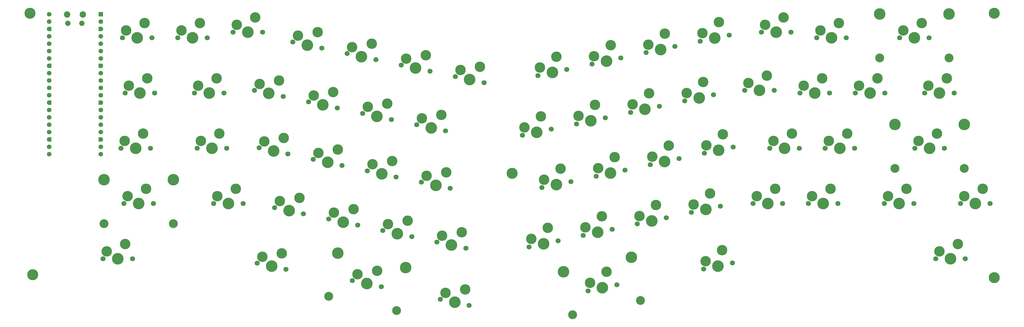
<source format=gbr>
%TF.GenerationSoftware,KiCad,Pcbnew,9.0.3*%
%TF.CreationDate,2025-08-01T16:02:48+05:00*%
%TF.ProjectId,Ayumu62,4179756d-7536-4322-9e6b-696361645f70,rev?*%
%TF.SameCoordinates,Original*%
%TF.FileFunction,Soldermask,Top*%
%TF.FilePolarity,Negative*%
%FSLAX46Y46*%
G04 Gerber Fmt 4.6, Leading zero omitted, Abs format (unit mm)*
G04 Created by KiCad (PCBNEW 9.0.3) date 2025-08-01 16:02:48*
%MOMM*%
%LPD*%
G01*
G04 APERTURE LIST*
G04 Aperture macros list*
%AMRoundRect*
0 Rectangle with rounded corners*
0 $1 Rounding radius*
0 $2 $3 $4 $5 $6 $7 $8 $9 X,Y pos of 4 corners*
0 Add a 4 corners polygon primitive as box body*
4,1,4,$2,$3,$4,$5,$6,$7,$8,$9,$2,$3,0*
0 Add four circle primitives for the rounded corners*
1,1,$1+$1,$2,$3*
1,1,$1+$1,$4,$5*
1,1,$1+$1,$6,$7*
1,1,$1+$1,$8,$9*
0 Add four rect primitives between the rounded corners*
20,1,$1+$1,$2,$3,$4,$5,0*
20,1,$1+$1,$4,$5,$6,$7,0*
20,1,$1+$1,$6,$7,$8,$9,0*
20,1,$1+$1,$8,$9,$2,$3,0*%
%AMFreePoly0*
4,1,37,0.603843,0.796157,0.639018,0.796157,0.711114,0.766294,0.766294,0.711114,0.796157,0.639018,0.796157,0.603843,0.800000,0.600000,0.800000,-0.600000,0.796157,-0.603843,0.796157,-0.639018,0.766294,-0.711114,0.711114,-0.766294,0.639018,-0.796157,0.603843,-0.796157,0.600000,-0.800000,0.000000,-0.800000,0.000000,-0.796148,-0.078414,-0.796148,-0.232228,-0.765552,-0.377117,-0.705537,
-0.507515,-0.618408,-0.618408,-0.507515,-0.705537,-0.377117,-0.765552,-0.232228,-0.796148,-0.078414,-0.796148,0.078414,-0.765552,0.232228,-0.705537,0.377117,-0.618408,0.507515,-0.507515,0.618408,-0.377117,0.705537,-0.232228,0.765552,-0.078414,0.796148,0.000000,0.796148,0.000000,0.800000,0.600000,0.800000,0.603843,0.796157,0.603843,0.796157,$1*%
%AMFreePoly1*
4,1,37,0.000000,0.796148,0.078414,0.796148,0.232228,0.765552,0.377117,0.705537,0.507515,0.618408,0.618408,0.507515,0.705537,0.377117,0.765552,0.232228,0.796148,0.078414,0.796148,-0.078414,0.765552,-0.232228,0.705537,-0.377117,0.618408,-0.507515,0.507515,-0.618408,0.377117,-0.705537,0.232228,-0.765552,0.078414,-0.796148,0.000000,-0.796148,0.000000,-0.800000,-0.600000,-0.800000,
-0.603843,-0.796157,-0.639018,-0.796157,-0.711114,-0.766294,-0.766294,-0.711114,-0.796157,-0.639018,-0.796157,-0.603843,-0.800000,-0.600000,-0.800000,0.600000,-0.796157,0.603843,-0.796157,0.639018,-0.766294,0.711114,-0.711114,0.766294,-0.639018,0.796157,-0.603843,0.796157,-0.600000,0.800000,0.000000,0.800000,0.000000,0.796148,0.000000,0.796148,$1*%
G04 Aperture macros list end*
%ADD10C,1.750000*%
%ADD11C,4.000000*%
%ADD12C,3.600000*%
%ADD13C,3.048000*%
%ADD14C,3.987800*%
%ADD15C,3.800000*%
%ADD16C,2.200000*%
%ADD17C,1.850000*%
%ADD18RoundRect,0.200000X0.600000X0.600000X-0.600000X0.600000X-0.600000X-0.600000X0.600000X-0.600000X0*%
%ADD19C,1.600000*%
%ADD20FreePoly0,180.000000*%
%ADD21FreePoly1,180.000000*%
G04 APERTURE END LIST*
D10*
%TO.C,SW61*%
X249375410Y-176718391D03*
D11*
X254344400Y-175662200D03*
D10*
X259313390Y-174606009D03*
D12*
X250089562Y-173969849D03*
X255772704Y-170165114D03*
%TD*%
D10*
%TO.C,SW5*%
X328137500Y-89445600D03*
D11*
X333217500Y-89445600D03*
D10*
X338297500Y-89445600D03*
D12*
X329407500Y-86905600D03*
X335757500Y-84365600D03*
%TD*%
D10*
%TO.C,SW38*%
X141474010Y-148004609D03*
D11*
X146443000Y-149060800D03*
D10*
X151411990Y-150116991D03*
D12*
X143244353Y-145784163D03*
X149983686Y-144619906D03*
%TD*%
D10*
%TO.C,SW46*%
X250768710Y-98519791D03*
D11*
X255737700Y-97463600D03*
D10*
X260706690Y-96407409D03*
D12*
X251482862Y-95771249D03*
X257166004Y-91966514D03*
%TD*%
D10*
%TO.C,SW48*%
X288036210Y-90598391D03*
D11*
X293005200Y-89542200D03*
D10*
X297974190Y-88486009D03*
D12*
X288750362Y-87849849D03*
X294433504Y-84045114D03*
%TD*%
D13*
%TO.C,H1*%
X183452763Y-183544111D03*
D14*
X186615100Y-168666486D03*
D13*
X160098511Y-178580011D03*
D14*
X163260848Y-163702386D03*
%TD*%
D10*
%TO.C,SW56*%
X289435810Y-129252091D03*
D11*
X294404800Y-128195900D03*
D10*
X299373790Y-127139709D03*
D12*
X290149962Y-126503549D03*
X295833104Y-122698814D03*
%TD*%
D10*
%TO.C,SW26*%
X147766110Y-90915209D03*
D11*
X152735100Y-91971400D03*
D10*
X157704090Y-93027591D03*
D12*
X149536453Y-88694763D03*
X156275786Y-87530506D03*
%TD*%
D15*
%TO.C,H7*%
X58190000Y-171170600D03*
%TD*%
D10*
%TO.C,SW42*%
X168258910Y-173173509D03*
D11*
X173227900Y-174229700D03*
D10*
X178196890Y-175285891D03*
D12*
X170029253Y-170953063D03*
X176768586Y-169788806D03*
%TD*%
D10*
%TO.C,SW31*%
X153122210Y-111529309D03*
D11*
X158091200Y-112585500D03*
D10*
X163060190Y-113641691D03*
D12*
X154892553Y-109308863D03*
X161631886Y-108144606D03*
%TD*%
D15*
%TO.C,H8*%
X223231300Y-136145600D03*
%TD*%
D10*
%TO.C,SW7*%
X303372500Y-107543100D03*
D11*
X308452500Y-107543100D03*
D10*
X313532500Y-107543100D03*
D12*
X304642500Y-105003100D03*
X310992500Y-102463100D03*
%TD*%
D10*
%TO.C,SW58*%
X247743910Y-157589591D03*
D11*
X252712900Y-156533400D03*
D10*
X257681890Y-155477209D03*
D12*
X248458062Y-154841049D03*
X254141204Y-151036314D03*
%TD*%
D10*
%TO.C,SW39*%
X160107710Y-151965309D03*
D11*
X165076700Y-153021500D03*
D10*
X170045690Y-154077691D03*
D12*
X161878053Y-149744863D03*
X168617386Y-148580606D03*
%TD*%
D10*
%TO.C,SW17*%
X361951300Y-127545600D03*
D11*
X367031300Y-127545600D03*
D10*
X372111300Y-127545600D03*
D12*
X363221300Y-125005600D03*
X369571300Y-122465600D03*
%TD*%
D10*
%TO.C,SW51*%
X264046310Y-115173191D03*
D11*
X269015300Y-114117000D03*
D10*
X273984290Y-113060809D03*
D12*
X264760462Y-112424649D03*
X270443604Y-108619914D03*
%TD*%
D10*
%TO.C,SW12*%
X365285000Y-108495600D03*
D11*
X370365000Y-108495600D03*
D10*
X375445000Y-108495600D03*
D12*
X366555000Y-105955600D03*
X372905000Y-103415600D03*
%TD*%
D10*
%TO.C,SW47*%
X269402510Y-94559091D03*
D11*
X274371500Y-93502900D03*
D10*
X279340490Y-92446709D03*
D12*
X270116662Y-91810549D03*
X275799804Y-88005814D03*
%TD*%
D10*
%TO.C,SW40*%
X178741410Y-155926009D03*
D11*
X183710400Y-156982200D03*
D10*
X188679390Y-158038391D03*
D12*
X180511753Y-153705563D03*
X187251086Y-152541306D03*
%TD*%
D10*
%TO.C,SW24*%
X82392500Y-165645600D03*
D11*
X87472500Y-165645600D03*
D10*
X92552500Y-165645600D03*
D12*
X83662500Y-163105600D03*
X90012500Y-160565600D03*
%TD*%
D10*
%TO.C,SW57*%
X229110210Y-161550291D03*
D11*
X234079200Y-160494100D03*
D10*
X239048190Y-159437909D03*
D12*
X229824362Y-158801749D03*
X235507504Y-154997014D03*
%TD*%
D10*
%TO.C,SW52*%
X282680010Y-111212491D03*
D11*
X287649000Y-110156300D03*
D10*
X292617990Y-109100109D03*
D12*
X283394162Y-108463949D03*
X289077304Y-104659214D03*
%TD*%
D10*
%TO.C,SW3*%
X89060000Y-89445600D03*
D11*
X94140000Y-89445600D03*
D10*
X99220000Y-89445600D03*
D12*
X90330000Y-86905600D03*
X96680000Y-84365600D03*
%TD*%
D13*
%TO.C,H3*%
X106554300Y-153580600D03*
D14*
X106554300Y-138370600D03*
D13*
X82678300Y-153580600D03*
D14*
X82678300Y-138370600D03*
%TD*%
D13*
%TO.C,H2*%
X267473789Y-180012511D03*
D14*
X264311452Y-165134886D03*
D13*
X244119537Y-184976611D03*
D14*
X240957200Y-170098986D03*
%TD*%
D10*
%TO.C,SW30*%
X134488510Y-107568609D03*
D11*
X139457500Y-108624800D03*
D10*
X144426490Y-109680991D03*
D12*
X136258853Y-105348163D03*
X142998186Y-104183906D03*
%TD*%
D10*
%TO.C,SW45*%
X232135010Y-102480591D03*
D11*
X237104000Y-101424400D03*
D10*
X242072990Y-100368209D03*
D12*
X232849162Y-99732049D03*
X238532304Y-95927314D03*
%TD*%
D10*
%TO.C,SW20*%
X306230000Y-146595600D03*
D11*
X311310000Y-146595600D03*
D10*
X316390000Y-146595600D03*
D12*
X307500000Y-144055600D03*
X313850000Y-141515600D03*
%TD*%
D10*
%TO.C,SW55*%
X270802110Y-133212791D03*
D11*
X275771100Y-132156600D03*
D10*
X280740090Y-131100409D03*
D12*
X271516262Y-130464249D03*
X277199404Y-126659514D03*
%TD*%
D10*
%TO.C,SW37*%
X192019010Y-139272709D03*
D11*
X196988000Y-140328900D03*
D10*
X201956990Y-141385091D03*
D12*
X193789353Y-137052263D03*
X200528686Y-135888006D03*
%TD*%
D10*
%TO.C,SW50*%
X245412610Y-119133891D03*
D11*
X250381600Y-118077700D03*
D10*
X255350590Y-117021509D03*
D12*
X246126762Y-116385349D03*
X251809904Y-112580614D03*
%TD*%
D15*
%TO.C,H6*%
X57190000Y-81015600D03*
%TD*%
D10*
%TO.C,SW34*%
X136117910Y-127390509D03*
D11*
X141086900Y-128446700D03*
D10*
X146055890Y-129502891D03*
D12*
X137888253Y-125170063D03*
X144627586Y-124005806D03*
%TD*%
D10*
%TO.C,SW10*%
X322422500Y-108495600D03*
D11*
X327502500Y-108495600D03*
D10*
X332582500Y-108495600D03*
D12*
X323692500Y-105955600D03*
X330042500Y-103415600D03*
%TD*%
D10*
%TO.C,SW8*%
X90012500Y-108495600D03*
D11*
X95092500Y-108495600D03*
D10*
X100172500Y-108495600D03*
D12*
X91282500Y-105955600D03*
X97632500Y-103415600D03*
%TD*%
D10*
%TO.C,SW13*%
X88583800Y-127545600D03*
D11*
X93663800Y-127545600D03*
D10*
X98743800Y-127545600D03*
D12*
X89853800Y-125005600D03*
X96203800Y-122465600D03*
%TD*%
D10*
%TO.C,SW1*%
X127160000Y-87540600D03*
D11*
X132240000Y-87540600D03*
D10*
X137320000Y-87540600D03*
D12*
X128430000Y-85000600D03*
X134780000Y-82460600D03*
%TD*%
D10*
%TO.C,SW21*%
X325280000Y-146595600D03*
D11*
X330360000Y-146595600D03*
D10*
X335440000Y-146595600D03*
D12*
X326550000Y-144055600D03*
X332900000Y-141515600D03*
%TD*%
D10*
%TO.C,SW29*%
X203667210Y-102797409D03*
D11*
X208636200Y-103853600D03*
D10*
X213605190Y-104909791D03*
D12*
X205437553Y-100576963D03*
X212176886Y-99412706D03*
%TD*%
D10*
%TO.C,SW11*%
X341472500Y-108495600D03*
D11*
X346552500Y-108495600D03*
D10*
X351632500Y-108495600D03*
D12*
X342742500Y-105955600D03*
X349092500Y-103415600D03*
%TD*%
D10*
%TO.C,SW44*%
X135451910Y-167173909D03*
D11*
X140420900Y-168230100D03*
D10*
X145389890Y-169286291D03*
D12*
X137222253Y-164953463D03*
X143961586Y-163789206D03*
%TD*%
D10*
%TO.C,SW2*%
X309087500Y-87540600D03*
D11*
X314167500Y-87540600D03*
D10*
X319247500Y-87540600D03*
D12*
X310357500Y-85000600D03*
X316707500Y-82460600D03*
%TD*%
D10*
%TO.C,SW14*%
X114777500Y-127545600D03*
D11*
X119857500Y-127545600D03*
D10*
X124937500Y-127545600D03*
D12*
X116047500Y-125005600D03*
X122397500Y-122465600D03*
%TD*%
D13*
%TO.C,H4*%
X373730500Y-96430600D03*
D14*
X373730500Y-81220600D03*
D13*
X349854500Y-96430600D03*
D14*
X349854500Y-81220600D03*
%TD*%
D10*
%TO.C,SW9*%
X113825000Y-108495600D03*
D11*
X118905000Y-108495600D03*
D10*
X123985000Y-108495600D03*
D12*
X115095000Y-105955600D03*
X121445000Y-103415600D03*
%TD*%
D10*
%TO.C,SW60*%
X285011410Y-149668091D03*
D11*
X289980400Y-148611900D03*
D10*
X294949390Y-147555709D03*
D12*
X285725562Y-146919549D03*
X291408704Y-143114814D03*
%TD*%
D10*
%TO.C,SW27*%
X166399810Y-94876009D03*
D11*
X171368800Y-95932200D03*
D10*
X176337790Y-96988391D03*
D12*
X168170153Y-92655563D03*
X174909486Y-91491306D03*
%TD*%
D10*
%TO.C,SW62*%
X289170110Y-169233491D03*
D11*
X294139100Y-168177300D03*
D10*
X299108090Y-167121109D03*
D12*
X289884262Y-166484949D03*
X295567404Y-162680214D03*
%TD*%
D10*
%TO.C,SW49*%
X226778910Y-123094591D03*
D11*
X231747900Y-122038400D03*
D10*
X236716890Y-120982209D03*
D12*
X227493062Y-120346049D03*
X233176204Y-116541314D03*
%TD*%
D10*
%TO.C,SW28*%
X185033510Y-98836709D03*
D11*
X190002500Y-99892900D03*
D10*
X194971490Y-100949091D03*
D12*
X186803853Y-96616263D03*
X193543186Y-95452006D03*
%TD*%
D15*
%TO.C,H10*%
X389272500Y-172170600D03*
%TD*%
D10*
%TO.C,SW33*%
X190389610Y-119450709D03*
D11*
X195358600Y-120506900D03*
D10*
X200327590Y-121563091D03*
D12*
X192159953Y-117230263D03*
X198899286Y-116066006D03*
%TD*%
D10*
%TO.C,SW32*%
X171755910Y-115490009D03*
D11*
X176724900Y-116546200D03*
D10*
X181693890Y-117602391D03*
D12*
X173526253Y-113269563D03*
X180265586Y-112105306D03*
%TD*%
D10*
%TO.C,SW19*%
X120492500Y-146595600D03*
D11*
X125572500Y-146595600D03*
D10*
X130652500Y-146595600D03*
D12*
X121762500Y-144055600D03*
X128112500Y-141515600D03*
%TD*%
D10*
%TO.C,SW22*%
X351473800Y-146595600D03*
D11*
X356553800Y-146595600D03*
D10*
X361633800Y-146595600D03*
D12*
X352743800Y-144055600D03*
X359093800Y-141515600D03*
%TD*%
D13*
%TO.C,H5*%
X378969300Y-134530600D03*
D14*
X378969300Y-119320600D03*
D13*
X355093300Y-134530600D03*
D14*
X355093300Y-119320600D03*
%TD*%
D10*
%TO.C,SW41*%
X197375210Y-159886709D03*
D11*
X202344200Y-160942900D03*
D10*
X207313190Y-161999091D03*
D12*
X199145553Y-157666263D03*
X205884886Y-156502006D03*
%TD*%
D10*
%TO.C,SW4*%
X108110000Y-89445600D03*
D11*
X113190000Y-89445600D03*
D10*
X118270000Y-89445600D03*
D12*
X109380000Y-86905600D03*
X115730000Y-84365600D03*
%TD*%
D10*
%TO.C,SW23*%
X377667500Y-146595600D03*
D11*
X382747500Y-146595600D03*
D10*
X387827500Y-146595600D03*
D12*
X378937500Y-144055600D03*
X385287500Y-141515600D03*
%TD*%
D10*
%TO.C,SW36*%
X173385310Y-135312009D03*
D11*
X178354300Y-136368200D03*
D10*
X183323290Y-137424391D03*
D12*
X175155653Y-133091563D03*
X181894986Y-131927306D03*
%TD*%
D10*
%TO.C,SW35*%
X154751610Y-131351209D03*
D11*
X159720600Y-132407400D03*
D10*
X164689590Y-133463591D03*
D12*
X156521953Y-129130763D03*
X163261286Y-127966506D03*
%TD*%
D10*
%TO.C,SW6*%
X356712500Y-89445600D03*
D11*
X361792500Y-89445600D03*
D10*
X366872500Y-89445600D03*
D12*
X357982500Y-86905600D03*
X364332500Y-84365600D03*
%TD*%
D10*
%TO.C,SW54*%
X252168410Y-137173491D03*
D11*
X257137400Y-136117300D03*
D10*
X262106390Y-135061109D03*
D12*
X252882562Y-134424949D03*
X258565704Y-130620214D03*
%TD*%
D15*
%TO.C,H9*%
X389272500Y-81015600D03*
%TD*%
D10*
%TO.C,SW16*%
X330995000Y-127545600D03*
D11*
X336075000Y-127545600D03*
D10*
X341155000Y-127545600D03*
D12*
X332265000Y-125005600D03*
X338615000Y-122465600D03*
%TD*%
D10*
%TO.C,SW43*%
X198538710Y-179609709D03*
D11*
X203507700Y-180665900D03*
D10*
X208476690Y-181722091D03*
D12*
X200309053Y-177389263D03*
X207048386Y-176225006D03*
%TD*%
D10*
%TO.C,SW25*%
X369095000Y-165645600D03*
D11*
X374175000Y-165645600D03*
D10*
X379255000Y-165645600D03*
D12*
X370365000Y-163105600D03*
X376715000Y-160565600D03*
%TD*%
D10*
%TO.C,SW15*%
X311945000Y-127545600D03*
D11*
X317025000Y-127545600D03*
D10*
X322105000Y-127545600D03*
D12*
X313215000Y-125005600D03*
X319565000Y-122465600D03*
%TD*%
D10*
%TO.C,SW59*%
X266377610Y-153628791D03*
D11*
X271346600Y-152572600D03*
D10*
X276315590Y-151516409D03*
D12*
X267091762Y-150880249D03*
X272774904Y-147075514D03*
%TD*%
D10*
%TO.C,SW18*%
X89536300Y-146595600D03*
D11*
X94616300Y-146595600D03*
D10*
X99696300Y-146595600D03*
D12*
X90806300Y-144055600D03*
X97156300Y-141515600D03*
%TD*%
D10*
%TO.C,SW53*%
X233534710Y-141134191D03*
D11*
X238503700Y-140078000D03*
D10*
X243472690Y-139021809D03*
D12*
X234248862Y-138385649D03*
X239932004Y-134580914D03*
%TD*%
D16*
%TO.C,A1*%
X75415000Y-81428100D03*
D17*
X75115000Y-84458100D03*
X70265000Y-84458100D03*
D16*
X69965000Y-81428100D03*
D18*
X81580000Y-81298100D03*
D19*
X81580000Y-83838100D03*
D20*
X81580000Y-86378100D03*
D19*
X81580000Y-88918100D03*
X81580000Y-91458100D03*
X81580000Y-93998100D03*
X81580000Y-96538100D03*
D20*
X81580000Y-99078100D03*
D19*
X81580000Y-101618100D03*
X81580000Y-104158100D03*
X81580000Y-106698100D03*
X81580000Y-109238100D03*
D20*
X81580000Y-111778100D03*
D19*
X81580000Y-114318100D03*
X81580000Y-116858100D03*
X81580000Y-119398100D03*
X81580000Y-121938100D03*
D20*
X81580000Y-124478100D03*
D19*
X81580000Y-127018100D03*
X81580000Y-129558100D03*
X63800000Y-129558100D03*
X63800000Y-127018100D03*
D21*
X63800000Y-124478100D03*
D19*
X63800000Y-121938100D03*
X63800000Y-119398100D03*
X63800000Y-116858100D03*
X63800000Y-114318100D03*
D21*
X63800000Y-111778100D03*
D19*
X63800000Y-109238100D03*
X63800000Y-106698100D03*
X63800000Y-104158100D03*
X63800000Y-101618100D03*
D21*
X63800000Y-99078100D03*
D19*
X63800000Y-96538100D03*
X63800000Y-93998100D03*
X63800000Y-91458100D03*
X63800000Y-88918100D03*
D21*
X63800000Y-86378100D03*
D19*
X63800000Y-83838100D03*
X63800000Y-81298100D03*
%TD*%
M02*

</source>
